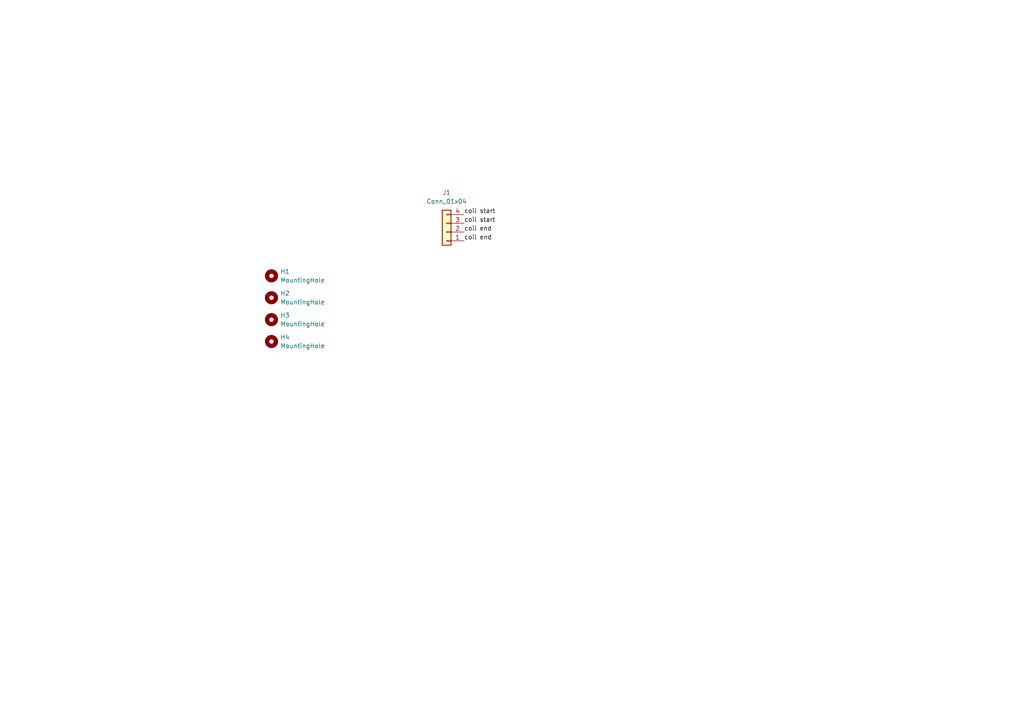
<source format=kicad_sch>
(kicad_sch (version 20231120) (generator "eeschema") (generator_version "8.0")
  (paper "A4")
  (lib_symbols
    (symbol "Connector_Generic:Conn_01x04" (pin_names (offset 1.016) hide)
      (property "Reference" "J" (at 0 5.08 0))
      (property "Value" "Conn_01x04" (at 0 -7.62 0))
      (symbol "Conn_01x04_1_1"
        (rectangle (start -1.27 -4.953) (end 0 -5.207) (stroke (width 0.1524)))
        (rectangle (start -1.27 -2.413) (end 0 -2.667) (stroke (width 0.1524)))
        (rectangle (start -1.27 0.127) (end 0 -0.127) (stroke (width 0.1524)))
        (rectangle (start -1.27 2.667) (end 0 2.413) (stroke (width 0.1524)))
        (rectangle (start -1.27 3.81) (end 1.27 -6.35) (stroke (width 0.254)) (fill (type background)))
        (pin passive line (at -5.08 2.54 0) (length 3.81) (name "Pin_1") (number "1"))
        (pin passive line (at -5.08 0 0) (length 3.81) (name "Pin_2") (number "2"))
        (pin passive line (at -5.08 -2.54 0) (length 3.81) (name "Pin_3") (number "3"))
        (pin passive line (at -5.08 -5.08 0) (length 3.81) (name "Pin_4") (number "4"))
      )
    )
    (symbol "Mechanical:MountingHole" (pin_names (offset 1.016)) (exclude_from_sim yes) (in_bom no)
      (property "Reference" "H" (at 0 5.08 0))
      (property "Value" "MountingHole" (at 0 3.175 0))
      (symbol "MountingHole_0_1"
        (circle (center 0 0) (radius 1.27) (stroke (width 1.27)))
      )
    )
  )
  (label "coil start" (at 134.62 64.77 0))
  (label "coil end" (at 134.62 67.31 0))
  (label "coil end" (at 134.62 69.85 0))
  (label "coil start" (at 134.62 62.23 0))
  (symbol (lib_id "Mechanical:MountingHole") (at 78.74 86.36 0) (unit 1) (exclude_from_sim yes) (in_bom no)
    (property "Reference" "H2" (at 81.28 85.0899 0) (effects (justify left)))
    (property "Value" "MountingHole" (at 81.28 87.6299 0) (effects (justify left)))
    (property "Footprint" "MountingHole:MountingHole_3.2mm_M3_Pad" (effects (hide yes)))
    (property "Description" "Mounting Hole without connection" (effects (hide yes)))
  )
  (symbol (lib_id "Connector_Generic:Conn_01x04") (at 129.54 67.31 180) (unit 1)
    (property "Reference" "J1" (at 129.54 55.88 0))
    (property "Value" "Conn_01x04" (at 129.54 58.42 0))
    (property "Footprint" "Connector_PinHeader_2.54mm:PinHeader_1x04_P2.54mm_Horizontal" (effects (hide yes)))
    (property "Description" "Generic connector, single row, 01x04, script generated (kicad-library-utils/schlib/autogen/connector/)" (effects (hide yes)))
  )
  (symbol (lib_id "Mechanical:MountingHole") (at 78.74 80.01 0) (unit 1) (exclude_from_sim yes) (in_bom no)
    (property "Reference" "H1" (at 81.28 78.7399 0) (effects (justify left)))
    (property "Value" "MountingHole" (at 81.28 81.2799 0) (effects (justify left)))
    (property "Footprint" "MountingHole:MountingHole_3.2mm_M3_Pad" (effects (hide yes)))
    (property "Description" "Mounting Hole without connection" (effects (hide yes)))
  )
  (symbol (lib_id "Mechanical:MountingHole") (at 78.74 92.71 0) (unit 1) (exclude_from_sim yes) (in_bom no)
    (property "Reference" "H3" (at 81.28 91.4399 0) (effects (justify left)))
    (property "Value" "MountingHole" (at 81.28 93.9799 0) (effects (justify left)))
    (property "Footprint" "MountingHole:MountingHole_3.2mm_M3_Pad" (effects (hide yes)))
    (property "Description" "Mounting Hole without connection" (effects (hide yes)))
  )
  (symbol (lib_id "Mechanical:MountingHole") (at 78.74 99.06 0) (unit 1) (exclude_from_sim yes) (in_bom no)
    (property "Reference" "H4" (at 81.28 97.7899 0) (effects (justify left)))
    (property "Value" "MountingHole" (at 81.28 100.3299 0) (effects (justify left)))
    (property "Footprint" "MountingHole:MountingHole_3.2mm_M3_Pad" (effects (hide yes)))
    (property "Description" "Mounting Hole without connection" (effects (hide yes)))
  )
)
</source>
